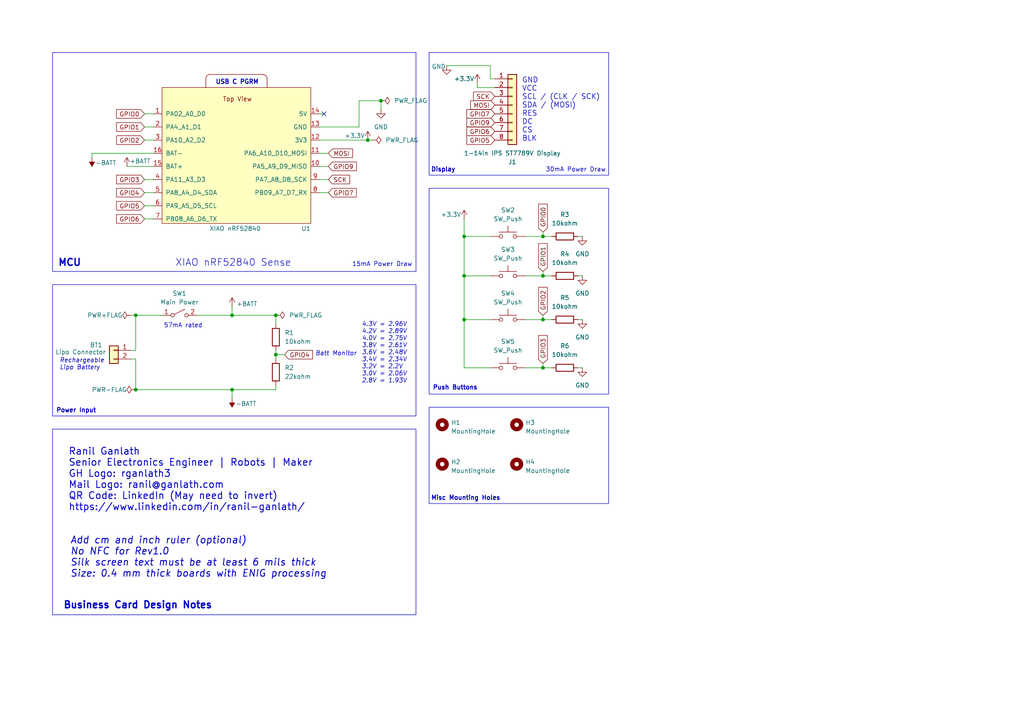
<source format=kicad_sch>
(kicad_sch (version 20250114) (generator "eeschema") (generator_version "9.0")
  (paper "A4")
  (title_block (title "PCB Business Card Schematic") (date "2025-06-12") (rev "1.0") (comment 1 "Email: ranil.ganlath@gmail.com") (comment 2 "Author: Ranil Ganlath"))
  (lib_symbols
    (symbol "Connector_Generic:Conn_01x02" (pin_names (offset 1.016) (hide yes))
      (property "Reference" "J" (at 0 2.54 0))
      (property "Value" "Conn_01x02" (at 0 -5.08 0))
      (symbol "Conn_01x02_1_1"
        (rectangle (start -1.27 1.27) (end 1.27 -3.81) (stroke (width 0.254)) (fill (type background)))
        (rectangle (start -1.27 0.127) (end 0 -0.127) (stroke (width 0.1524)))
        (rectangle (start -1.27 -2.413) (end 0 -2.667) (stroke (width 0.1524)))
        (pin passive line (at -5.08 0 0) (length 3.81) (name "Pin_1") (number "1"))
        (pin passive line (at -5.08 -2.54 0) (length 3.81) (name "Pin_2") (number "2"))
      )
    )
    (symbol "Connector_Generic:Conn_01x08" (pin_names (offset 1.016) (hide yes))
      (property "Reference" "J" (at 0 10.16 0))
      (property "Value" "Conn_01x08" (at 0 -12.7 0))
      (symbol "Conn_01x08_1_1"
        (rectangle (start -1.27 8.89) (end 1.27 -11.43) (stroke (width 0.254)) (fill (type background)))
        (rectangle (start -1.27 7.747) (end 0 7.493) (stroke (width 0.1524)))
        (rectangle (start -1.27 5.207) (end 0 4.953) (stroke (width 0.1524)))
        (rectangle (start -1.27 2.667) (end 0 2.413) (stroke (width 0.1524)))
        (rectangle (start -1.27 0.127) (end 0 -0.127) (stroke (width 0.1524)))
        (rectangle (start -1.27 -2.413) (end 0 -2.667) (stroke (width 0.1524)))
        (rectangle (start -1.27 -4.953) (end 0 -5.207) (stroke (width 0.1524)))
        (rectangle (start -1.27 -7.493) (end 0 -7.747) (stroke (width 0.1524)))
        (rectangle (start -1.27 -10.033) (end 0 -10.287) (stroke (width 0.1524)))
        (pin passive line (at -5.08 7.62 0) (length 3.81) (name "Pin_1") (number "1"))
        (pin passive line (at -5.08 5.08 0) (length 3.81) (name "Pin_2") (number "2"))
        (pin passive line (at -5.08 2.54 0) (length 3.81) (name "Pin_3") (number "3"))
        (pin passive line (at -5.08 0 0) (length 3.81) (name "Pin_4") (number "4"))
        (pin passive line (at -5.08 -2.54 0) (length 3.81) (name "Pin_5") (number "5"))
        (pin passive line (at -5.08 -5.08 0) (length 3.81) (name "Pin_6") (number "6"))
        (pin passive line (at -5.08 -7.62 0) (length 3.81) (name "Pin_7") (number "7"))
        (pin passive line (at -5.08 -10.16 0) (length 3.81) (name "Pin_8") (number "8"))
      )
    )
    (symbol "Device:R" (pin_numbers (hide yes)) (pin_names (offset 0))
      (property "Reference" "R" (at 2.032 0 90))
      (property "Value" "R" (at 0 0 90))
      (symbol "R_0_1"
        (rectangle (start -1.016 -2.54) (end 1.016 2.54) (stroke (width 0.254)))
      )
      (symbol "R_1_1"
        (pin passive line (at 0 3.81 270) (length 1.27) (name "~") (number "1"))
        (pin passive line (at 0 -3.81 90) (length 1.27) (name "~") (number "2"))
      )
    )
    (symbol "GND_1" (power) (pin_numbers (hide yes)) (pin_names (offset 0) (hide yes))
      (property "Value" "GND" (at 0 -3.81 0))
      (symbol "GND_1_0_1"
        (polyline (pts (xy 0 0) (xy 0 -1.27) (xy 1.27 -1.27) (xy 0 -2.54) (xy -1.27 -1.27) (xy 0 -1.27)))
      )
      (symbol "GND_1_1_1"
        (pin power_in line (at 0 0 270) (length 0) (name "~") (number "1"))
      )
    )
    (symbol "GanlathLib:XIAO nRF52840_Revised" (pin_names (offset 1.016))
      (property "Reference" "U" (at -21.336 19.05 0))
      (property "Value" "XIAO nRF52840" (at -14.224 -24.13 0))
      (symbol "XIAO nRF52840_Revised_1_0"
        (pin passive line (at -24.13 10.16 0) (length 2.54) (name "PA02_A0_D0") (number "1"))
        (pin passive line (at -24.13 6.35 0) (length 2.54) (name "PA4_A1_D1") (number "2"))
        (pin passive line (at -24.13 2.54 0) (length 2.54) (name "PA10_A2_D2") (number "3"))
        (pin passive line (at -24.13 -1.27 0) (length 2.54) (name "BAT-") (number "16"))
        (pin passive line (at -24.13 -5.08 0) (length 2.54) (name "BAT+") (number "15"))
        (pin passive line (at -24.13 -8.89 0) (length 2.54) (name "PA11_A3_D3") (number "4"))
        (pin passive line (at -24.13 -12.7 0) (length 2.54) (name "PA8_A4_D4_SDA") (number "5"))
        (pin passive line (at -24.13 -16.51 0) (length 2.54) (name "PA9_A5_D5_SCL") (number "6"))
        (pin passive line (at -24.13 -20.32 0) (length 2.54) (name "PB08_A6_D6_TX") (number "7"))
        (pin passive line (at 24.13 10.16 180) (length 2.54) (name "5V") (number "14"))
        (pin passive line (at 24.13 6.35 180) (length 2.54) (name "GND") (number "13"))
        (pin passive line (at 24.13 2.54 180) (length 2.54) (name "3V3") (number "12"))
        (pin passive line (at 24.13 -1.27 180) (length 2.54) (name "PA6_A10_D10_MOSI") (number "11"))
        (pin passive line (at 24.13 -5.08 180) (length 2.54) (name "PA5_A9_D9_MISO") (number "10"))
        (pin passive line (at 24.13 -8.89 180) (length 2.54) (name "PA7_A8_D8_SCK") (number "9"))
        (pin passive line (at 24.13 -12.7 180) (length 2.54) (name "PB09_A7_D7_RX") (number "8"))
      )
      (symbol "XIAO nRF52840_Revised_1_1"
        (rectangle (start -21.59 17.78) (end 21.59 -21.59) (fill (type background)))
        (polyline (pts (xy -8.89 20.32) (xy -8.89 17.78)))
        (polyline (pts (xy -7.62 21.59) (xy 7.62 21.59)))
        (arc (start -8.89 20.32) (mid -8.518 21.218) (end -7.62 21.59))
        (arc (start 7.62 21.59) (mid 7.62 21.59) (end 7.62 21.59))
        (arc (start 7.62 21.59) (mid 8.518 21.218) (end 8.89 20.32))
        (polyline (pts (xy 8.89 20.32) (xy 8.89 17.78)))
        (arc (start 8.89 20.32) (mid 8.89 20.32) (end 8.89 20.32))
        (text "Top View" (at 0.254 14.478 0) (effects (font (size 1.27 1.27))))
      )
    )
    (symbol "Mechanical:MountingHole" (pin_names (offset 1.016))
      (property "Reference" "H" (at 0 5.08 0))
      (property "Value" "MountingHole" (at 0 3.175 0))
      (symbol "MountingHole_0_1"
        (circle (center 0 0) (radius 1.27) (stroke (width 1.27)))
      )
    )
    (symbol "Switch:SW_Push" (pin_numbers (hide yes)) (pin_names (offset 1.016) (hide yes))
      (property "Reference" "SW" (at 1.27 2.54 0))
      (property "Value" "SW_Push" (at 0 -1.524 0))
      (symbol "SW_Push_0_1"
        (circle (center -2.032 0) (radius 0.508))
        (polyline (pts (xy 0 1.27) (xy 0 3.048)))
        (circle (center 2.032 0) (radius 0.508))
        (polyline (pts (xy 2.54 1.27) (xy -2.54 1.27)))
        (pin passive line (at -5.08 0 0) (length 2.54) (name "1") (number "1"))
        (pin passive line (at 5.08 0 180) (length 2.54) (name "2") (number "2"))
      )
    )
    (symbol "Switch:SW_SPST" (pin_names (offset 0) (hide yes))
      (property "Reference" "SW" (at 0 3.175 0))
      (property "Value" "SW_SPST" (at 0 -2.54 0))
      (symbol "SW_SPST_0_0"
        (circle (center -2.032 0) (radius 0.508))
        (polyline (pts (xy -1.524 0.254) (xy 1.524 1.778)))
        (circle (center 2.032 0) (radius 0.508))
      )
      (symbol "SW_SPST_1_1"
        (pin passive line (at -5.08 0 0) (length 2.54) (name "A") (number "1"))
        (pin passive line (at 5.08 0 180) (length 2.54) (name "B") (number "2"))
      )
    )
    (symbol "power:+3.3V" (power) (pin_numbers (hide yes)) (pin_names (offset 0) (hide yes))
      (property "Value" "+3.3V" (at 0 3.556 0))
      (symbol "+3.3V_0_1"
        (polyline (pts (xy -0.762 1.27) (xy 0 2.54)))
        (polyline (pts (xy 0 2.54) (xy 0.762 1.27)))
        (polyline (pts (xy 0 0) (xy 0 2.54)))
      )
      (symbol "+3.3V_1_1"
        (pin power_in line (at 0 0 90) (length 0) (name "~") (number "1"))
      )
    )
    (symbol "power:+BATT" (power) (pin_numbers (hide yes)) (pin_names (offset 0) (hide yes))
      (property "Value" "+BATT" (at 0 3.556 0))
      (symbol "+BATT_0_1"
        (polyline (pts (xy -0.762 1.27) (xy 0 2.54)))
        (polyline (pts (xy 0 2.54) (xy 0.762 1.27)))
        (polyline (pts (xy 0 0) (xy 0 2.54)))
      )
      (symbol "+BATT_1_1"
        (pin power_in line (at 0 0 90) (length 0) (name "~") (number "1"))
      )
    )
    (symbol "power:-BATT" (power) (pin_numbers (hide yes)) (pin_names (offset 0) (hide yes))
      (property "Value" "-BATT" (at 0 3.556 0))
      (symbol "-BATT_0_1"
        (polyline (pts (xy 0 0) (xy 0 2.54)))
        (polyline (pts (xy 0.762 1.27) (xy -0.762 1.27) (xy 0 2.54) (xy 0.762 1.27)) (fill (type outline)))
      )
      (symbol "-BATT_1_1"
        (pin power_in line (at 0 0 90) (length 0) (name "~") (number "1"))
      )
    )
    (symbol "power:PWR_FLAG" (power) (pin_numbers (hide yes)) (pin_names (offset 0) (hide yes))
      (property "Value" "PWR_FLAG" (at 0 3.81 0))
      (symbol "PWR_FLAG_0_0"
        (pin power_out line (at 0 0 90) (length 0) (name "pwr") (number "1"))
      )
      (symbol "PWR_FLAG_0_1"
        (polyline (pts (xy 0 0) (xy 0 1.27) (xy -1.016 1.905) (xy 0 2.54) (xy 1.016 1.905) (xy 0 1.27)))
      )
    )
  )
  (rectangle (start 15.24 15.24) (end 120.65 78.74))
  (rectangle (start 124.46 118.11) (end 176.53 146.05))
  (rectangle (start 124.46 54.61) (end 176.53 114.3))
  (rectangle (start 124.46 15.24) (end 176.53 50.8))
  (rectangle (start 15.24 124.46) (end 120.65 178.308))
  (rectangle (start 15.24 82.55) (end 120.65 120.65))
  (text "MCU" (at 16.764 77.47 0) (effects (font (size 2 2) (thickness 0.4) (bold yes)) (justify left bottom)))
  (text "Power Input" (at 16.256 119.888 0) (effects (font (size 1.27 1.27) (thickness 0.254) (bold yes)) (justify left bottom)))
  (text "Business Card Design Notes" (at 18.288 176.784 0) (effects (font (size 2 2) (thickness 0.4) (bold yes)) (justify left bottom)))
  (text "30mA Power Draw" (at 158.242 50.038 0) (effects (font (size 1.27 1.27)) (justify left bottom)))
  (text "57mA rated" (at 47.498 95.25 0) (effects (font (size 1.27 1.27)) (justify left bottom)))
  (text "Push Buttons" (at 125.476 113.284 0) (effects (font (size 1.27 1.27) (thickness 0.254) (bold yes)) (justify left bottom)))
  (text "XIAO nRF52840 Sense" (at 50.8 77.47 0) (effects (font (size 2 2)) (justify left bottom)))
  (text "Misc Mounting Holes" (at 124.968 145.288 0) (effects (font (size 1.27 1.27) (thickness 0.254) (bold yes)) (justify left bottom)))
  (text "Batt Monitor" (at 91.44 103.378 0) (effects (font (size 1.27 1.27) (thickness 0.1588) (italic yes)) (justify left bottom)))
  (text "Ranil Ganlath\nSenior Electronics Engineer | Robots | Maker\nGH Logo: rganlath3\nMail Logo: ranil@ganlath.com\nQR Code: LinkedIn (May need to invert)\nhttps://www.linkedin.com/in/ranil-ganlath/" (at 19.812 148.336 0) (effects (font (size 2 2) (thickness 0.25)) (justify left bottom)))
  (text "GND\nVCC\nSCL / (CLK / SCK)\nSDA / (MOSI)\nRES\nDC\nCS\nBLK" (at 151.384 41.148 0) (effects (font (size 1.5 1.5) (thickness 0.1588)) (justify left bottom)))
  (text "15mA Power Draw" (at 102.108 77.47 0) (effects (font (size 1.27 1.27)) (justify left bottom)))
  (text "Rechargeable\nLipo Battery" (at 17.272 107.442 0) (effects (font (size 1.27 1.27) (thickness 0.1588) (italic yes)) (justify left bottom)))
  (text "Display" (at 124.968 50.038 0) (effects (font (size 1.27 1.27) (thickness 0.254) (bold yes)) (justify left bottom)))
  (text "USB C PGRM" (at 62.484 24.638 0) (effects (font (size 1.27 1.27) (thickness 0.254) (bold yes)) (justify left bottom)))
  (text "4.3V = 2.96V\n4.2V = 2.89V\n4.0V = 2.75V\n3.8V = 2.61V\n3.6V = 2.48V\n3.4V = 2.34V\n3.2V = 2.2V\n3.0V = 2.06V\n2.8V = 1.93V" (at 104.902 111.252 0) (effects (font (size 1.27 1.27) (italic yes)) (justify left bottom)))
  (text "Add cm and inch ruler (optional)\nNo NFC for Rev1.0\nSilk screen text must be at least 6 mils thick\nSize: 0.4 mm thick boards with ENIG processing" (at 20.32 167.64 0) (effects (font (size 2 2) (thickness 0.25) (italic yes)) (justify left bottom)))
  (junction (at 157.48 92.71))
  (junction (at 67.31 113.03))
  (junction (at 157.48 106.68))
  (junction (at 157.48 68.58))
  (junction (at 110.49 29.21))
  (junction (at 106.68 40.64))
  (junction (at 157.48 80.01))
  (junction (at 39.37 113.03))
  (junction (at 67.31 91.44))
  (junction (at 80.01 102.87))
  (junction (at 39.37 91.44))
  (junction (at 80.01 91.44))
  (junction (at 134.62 68.58))
  (junction (at 134.62 80.01))
  (junction (at 134.62 92.71))
  (no_connect (at 93.98 33.02))
  (wire (pts (xy 157.48 78.74) (xy 157.48 80.01)))
  (wire (pts (xy 82.55 102.87) (xy 80.01 102.87)))
  (wire (pts (xy 80.01 102.87) (xy 80.01 104.14)))
  (wire (pts (xy 26.67 44.45) (xy 26.67 45.72)))
  (wire (pts (xy 142.24 106.68) (xy 134.62 106.68)))
  (wire (pts (xy 93.98 33.02) (xy 92.71 33.02)))
  (wire (pts (xy 142.24 80.01) (xy 134.62 80.01)))
  (wire (pts (xy 41.91 40.64) (xy 44.45 40.64)))
  (wire (pts (xy 110.49 29.21) (xy 110.49 31.75)))
  (wire (pts (xy 41.91 52.07) (xy 44.45 52.07)))
  (wire (pts (xy 95.25 44.45) (xy 92.71 44.45)))
  (wire (pts (xy 107.95 40.64) (xy 106.68 40.64)))
  (wire (pts (xy 104.14 29.21) (xy 104.14 36.83)))
  (wire (pts (xy 92.71 40.64) (xy 106.68 40.64)))
  (wire (pts (xy 142.24 22.86) (xy 143.51 22.86)))
  (wire (pts (xy 134.62 63.5) (xy 134.62 68.58)))
  (wire (pts (xy 26.67 44.45) (xy 44.45 44.45)))
  (wire (pts (xy 134.62 92.71) (xy 134.62 80.01)))
  (wire (pts (xy 157.48 68.58) (xy 152.4 68.58)))
  (wire (pts (xy 104.14 36.83) (xy 92.71 36.83)))
  (wire (pts (xy 168.91 92.71) (xy 167.64 92.71)))
  (wire (pts (xy 36.83 48.26) (xy 44.45 48.26)))
  (wire (pts (xy 80.01 101.6) (xy 80.01 102.87)))
  (wire (pts (xy 157.48 91.44) (xy 157.48 92.71)))
  (wire (pts (xy 157.48 67.31) (xy 157.48 68.58)))
  (wire (pts (xy 80.01 113.03) (xy 80.01 111.76)))
  (wire (pts (xy 41.91 33.02) (xy 44.45 33.02)))
  (wire (pts (xy 134.62 106.68) (xy 134.62 92.71)))
  (wire (pts (xy 160.02 68.58) (xy 157.48 68.58)))
  (wire (pts (xy 134.62 80.01) (xy 134.62 68.58)))
  (wire (pts (xy 138.43 24.13) (xy 138.43 25.4)))
  (wire (pts (xy 129.54 19.05) (xy 142.24 19.05)))
  (wire (pts (xy 138.43 25.4) (xy 143.51 25.4)))
  (wire (pts (xy 67.31 113.03) (xy 80.01 113.03)))
  (wire (pts (xy 39.37 91.44) (xy 46.99 91.44)))
  (wire (pts (xy 168.91 68.58) (xy 167.64 68.58)))
  (wire (pts (xy 95.25 48.26) (xy 92.71 48.26)))
  (wire (pts (xy 38.1 101.6) (xy 39.37 101.6)))
  (wire (pts (xy 142.24 19.05) (xy 142.24 22.86)))
  (wire (pts (xy 157.48 80.01) (xy 160.02 80.01)))
  (wire (pts (xy 152.4 80.01) (xy 157.48 80.01)))
  (wire (pts (xy 41.91 36.83) (xy 44.45 36.83)))
  (wire (pts (xy 152.4 106.68) (xy 157.48 106.68)))
  (wire (pts (xy 168.91 106.68) (xy 167.64 106.68)))
  (wire (pts (xy 95.25 52.07) (xy 92.71 52.07)))
  (wire (pts (xy 157.48 105.41) (xy 157.48 106.68)))
  (wire (pts (xy 67.31 88.9) (xy 67.31 91.44)))
  (wire (pts (xy 38.1 91.44) (xy 39.37 91.44)))
  (wire (pts (xy 39.37 91.44) (xy 39.37 101.6)))
  (wire (pts (xy 41.91 55.88) (xy 44.45 55.88)))
  (wire (pts (xy 38.1 104.14) (xy 39.37 104.14)))
  (wire (pts (xy 41.91 63.5) (xy 44.45 63.5)))
  (wire (pts (xy 168.91 80.01) (xy 167.64 80.01)))
  (wire (pts (xy 57.15 91.44) (xy 67.31 91.44)))
  (wire (pts (xy 110.49 29.21) (xy 104.14 29.21)))
  (wire (pts (xy 67.31 91.44) (xy 80.01 91.44)))
  (wire (pts (xy 134.62 68.58) (xy 142.24 68.58)))
  (wire (pts (xy 157.48 92.71) (xy 160.02 92.71)))
  (wire (pts (xy 157.48 106.68) (xy 160.02 106.68)))
  (wire (pts (xy 95.25 55.88) (xy 92.71 55.88)))
  (wire (pts (xy 152.4 92.71) (xy 157.48 92.71)))
  (wire (pts (xy 142.24 92.71) (xy 134.62 92.71)))
  (wire (pts (xy 41.91 59.69) (xy 44.45 59.69)))
  (wire (pts (xy 80.01 91.44) (xy 80.01 93.98)))
  (wire (pts (xy 39.37 104.14) (xy 39.37 113.03)))
  (wire (pts (xy 39.37 113.03) (xy 67.31 113.03)))
  (wire (pts (xy 67.31 113.03) (xy 67.31 115.57)))
  (global_label "GPIO3" (shape input) (at 41.91 52.07 180) (property "Intersheetrefs" "${INTERSHEET_REFS}" (effects (hide yes))))
  (global_label "GPIO1" (shape input) (at 157.48 78.74 90) (property "Intersheetrefs" "${INTERSHEET_REFS}" (effects (hide yes))))
  (global_label "GPIO9" (shape input) (at 143.51 35.56 180) (property "Intersheetrefs" "${INTERSHEET_REFS}" (effects (hide yes))))
  (global_label "GPIO9" (shape input) (at 95.25 48.26 0) (property "Intersheetrefs" "${INTERSHEET_REFS}" (effects (hide yes))))
  (global_label "GPIO5" (shape input) (at 143.51 40.64 180) (property "Intersheetrefs" "${INTERSHEET_REFS}" (effects (hide yes))))
  (global_label "GPIO1" (shape input) (at 41.91 36.83 180) (property "Intersheetrefs" "${INTERSHEET_REFS}" (effects (hide yes))))
  (global_label "SCK" (shape input) (at 143.51 27.94 180) (property "Intersheetrefs" "${INTERSHEET_REFS}" (effects (hide yes))))
  (global_label "GPIO6" (shape input) (at 143.51 38.1 180) (property "Intersheetrefs" "${INTERSHEET_REFS}" (effects (hide yes))))
  (global_label "GPIO6" (shape input) (at 41.91 63.5 180) (property "Intersheetrefs" "${INTERSHEET_REFS}" (effects (hide yes))))
  (global_label "GPIO3" (shape input) (at 157.48 105.41 90) (property "Intersheetrefs" "${INTERSHEET_REFS}" (effects (hide yes))))
  (global_label "GPIO7" (shape input) (at 95.25 55.88 0) (property "Intersheetrefs" "${INTERSHEET_REFS}" (effects (hide yes))))
  (global_label "MOSI" (shape input) (at 143.51 30.48 180) (property "Intersheetrefs" "${INTERSHEET_REFS}" (effects (hide yes))))
  (global_label "SCK" (shape input) (at 95.25 52.07 0) (property "Intersheetrefs" "${INTERSHEET_REFS}" (effects (hide yes))))
  (global_label "GPIO7" (shape input) (at 143.51 33.02 180) (property "Intersheetrefs" "${INTERSHEET_REFS}" (effects (hide yes))))
  (global_label "GPIO5" (shape input) (at 41.91 59.69 180) (property "Intersheetrefs" "${INTERSHEET_REFS}" (effects (hide yes))))
  (global_label "GPIO2" (shape input) (at 157.48 91.44 90) (property "Intersheetrefs" "${INTERSHEET_REFS}" (effects (hide yes))))
  (global_label "GPIO4" (shape input) (at 41.91 55.88 180) (property "Intersheetrefs" "${INTERSHEET_REFS}" (effects (hide yes))))
  (global_label "GPIO4" (shape input) (at 82.55 102.87 0) (property "Intersheetrefs" "${INTERSHEET_REFS}" (effects (hide yes))))
  (global_label "GPIO0" (shape input) (at 157.48 67.31 90) (property "Intersheetrefs" "${INTERSHEET_REFS}" (effects (hide yes))))
  (global_label "GPIO2" (shape input) (at 41.91 40.64 180) (property "Intersheetrefs" "${INTERSHEET_REFS}" (effects (hide yes))))
  (global_label "GPIO0" (shape input) (at 41.91 33.02 180) (property "Intersheetrefs" "${INTERSHEET_REFS}" (effects (hide yes))))
  (global_label "MOSI" (shape input) (at 95.25 44.45 0) (property "Intersheetrefs" "${INTERSHEET_REFS}" (effects (hide yes))))
  (symbol (lib_id "power:PWR_FLAG") (at 107.95 40.64 270) (unit 1)
    (property "Reference" "#FLG05" (effects (hide yes)))
    (property "Value" "PWR_FLAG" (at 111.76 40.6399 90) (effects (justify left)))
    (property "Description" "Special symbol for telling ERC where power comes from" (effects (hide yes)))
  )
  (symbol (lib_id "power:PWR_FLAG") (at 39.37 113.03 90) (unit 1)
    (property "Reference" "#FLG02" (effects (hide yes)))
    (property "Value" "PWR-FLAG" (at 36.83 113.03 90) (effects (justify left)))
  )
  (symbol (lib_id "power:+3.3V") (at 138.43 24.13 0) (unit 1)
    (property "Reference" "#PWR09" (effects (hide yes)))
    (property "Value" "+3.3V" (at 134.62 22.86 0))
    (property "Description" "Power symbol creates a global label with name \"+3.3V\"" (effects (hide yes)))
  )
  (symbol (lib_id "Switch:SW_Push") (at 147.32 106.68 0) (unit 1)
    (property "Reference" "SW5" (at 147.32 99.06 0))
    (property "Value" "SW_Push" (at 147.32 101.6 0))
    (property "Footprint" "Button_Switch_SMD:SW_SPST_TL3342" (effects (hide yes)))
    (property "Description" "Push button switch, generic, two pins" (effects (hide yes)))
  )
  (symbol (lib_id "power:PWR_FLAG") (at 80.01 91.44 270) (unit 1)
    (property "Reference" "#FLG03" (effects (hide yes)))
    (property "Value" "PWR_FLAG" (at 83.82 91.4399 90) (effects (justify left)))
    (property "Description" "Special symbol for telling ERC where power comes from" (effects (hide yes)))
  )
  (symbol (lib_id "Device:R") (at 80.01 107.95 0) (unit 1)
    (property "Reference" "R2" (at 82.55 106.6799 0) (effects (justify left)))
    (property "Value" "22kohm" (at 82.55 109.2199 0) (effects (justify left)))
    (property "Footprint" "Resistor_SMD:R_1206_3216Metric_Pad1.30x1.75mm_HandSolder" (effects (hide yes)))
  )
  (symbol (lib_id "power:-BATT") (at 26.67 45.72 180) (unit 1)
    (property "Reference" "#PWR01" (effects (hide yes)))
    (property "Value" "-BATT" (at 30.734 47.244 0))
    (property "Description" "Power symbol creates a global label with name \"-BATT\"" (effects (hide yes)))
  )
  (symbol (lib_id "power:+BATT") (at 36.83 48.26 0) (unit 1)
    (property "Reference" "#PWR02" (effects (hide yes)))
    (property "Value" "+BATT" (at 40.64 46.736 0))
    (property "Description" "Power symbol creates a global label with name \"+BATT\"" (effects (hide yes)))
  )
  (symbol (lib_name "GND_1") (lib_id "power:GND") (at 168.91 68.58 0) (unit 1)
    (property "Reference" "#PWR010" (effects (hide yes)))
    (property "Value" "GND" (at 168.91 73.66 0))
    (property "Description" "Power symbol creates a global label with name \"GND\" , ground" (effects (hide yes)))
  )
  (symbol (lib_id "Device:R") (at 163.83 80.01 90) (unit 1)
    (property "Reference" "R4" (at 163.83 73.66 90))
    (property "Value" "10kohm" (at 163.83 76.2 90))
    (property "Footprint" "Resistor_SMD:R_1206_3216Metric_Pad1.30x1.75mm_HandSolder" (effects (hide yes)))
    (property "Description" "Resistor" (effects (hide yes)))
  )
  (symbol (lib_id "Switch:SW_Push") (at 147.32 80.01 0) (unit 1)
    (property "Reference" "SW3" (at 147.32 72.39 0))
    (property "Value" "SW_Push" (at 147.32 74.93 0))
    (property "Footprint" "Button_Switch_SMD:SW_SPST_TL3342" (effects (hide yes)))
    (property "Description" "Push button switch, generic, two pins" (effects (hide yes)))
  )
  (symbol (lib_id "power:+3.3V") (at 134.62 63.5 0) (unit 1)
    (property "Reference" "#PWR08" (effects (hide yes)))
    (property "Value" "+3.3V" (at 130.81 62.23 0))
    (property "Description" "Power symbol creates a global label with name \"+3.3V\"" (effects (hide yes)))
  )
  (symbol (lib_id "Mechanical:MountingHole") (at 128.27 134.62 0) (unit 1)
    (property "Reference" "H2" (at 130.81 133.985 0) (effects (justify left)))
    (property "Value" "MountingHole" (at 130.81 136.525 0) (effects (justify left)))
    (property "Footprint" "MountingHole:MountingHole_3mm" (effects (hide yes)))
  )
  (symbol (lib_id "power:PWR_FLAG") (at 38.1 91.44 90) (unit 1)
    (property "Reference" "#FLG01" (effects (hide yes)))
    (property "Value" "PWR+FLAG" (at 35.56 91.44 90) (effects (justify left)))
  )
  (symbol (lib_id "Mechanical:MountingHole") (at 128.27 123.19 0) (unit 1)
    (property "Reference" "H1" (at 130.81 122.555 0) (effects (justify left)))
    (property "Value" "MountingHole" (at 130.81 125.095 0) (effects (justify left)))
    (property "Footprint" "MountingHole:MountingHole_3mm" (effects (hide yes)))
  )
  (symbol (lib_name "GND_1") (lib_id "power:GND") (at 110.49 31.75 0) (unit 1)
    (property "Reference" "#PWR06" (effects (hide yes)))
    (property "Value" "GND" (at 110.49 36.83 0))
    (property "Description" "Power symbol creates a global label with name \"GND\" , ground" (effects (hide yes)))
  )
  (symbol (lib_id "Switch:SW_SPST") (at 52.07 91.44 0) (unit 1)
    (property "Reference" "SW1" (at 52.07 85.09 0))
    (property "Value" "Main Power" (at 52.07 87.63 0))
    (property "Footprint" "GanlathLib:BlankPin_1x02_P2.54mm" (effects (hide yes)))
    (property "Description" "Single Pole Single Throw (SPST) switch" (effects (hide yes)))
  )
  (symbol (lib_id "Device:R") (at 163.83 92.71 90) (unit 1)
    (property "Reference" "R5" (at 163.83 86.36 90))
    (property "Value" "10kohm" (at 163.83 88.9 90))
    (property "Footprint" "Resistor_SMD:R_1206_3216Metric_Pad1.30x1.75mm_HandSolder" (effects (hide yes)))
    (property "Description" "Resistor" (effects (hide yes)))
  )
  (symbol (lib_name "GND_1") (lib_id "power:GND") (at 168.91 92.71 0) (unit 1)
    (property "Reference" "#PWR012" (effects (hide yes)))
    (property "Value" "GND" (at 168.91 97.79 0))
    (property "Description" "Power symbol creates a global label with name \"GND\" , ground" (effects (hide yes)))
  )
  (symbol (lib_id "Connector_Generic:Conn_01x08") (at 148.59 30.48 0) (unit 1)
    (property "Reference" "J1" (at 148.59 46.99 0))
    (property "Value" "1-14in IPS ST7789V Display" (at 148.59 44.45 0))
    (property "Footprint" "GanlathLib:1-14in_IPS_ST7789V_Display" (effects (hide yes)))
    (property "Description" "Generic connector, single row, 01x08, script generated (kicad-library-utils/schlib/autogen/connector/)" (effects (hide yes)))
  )
  (symbol (lib_name "GND_1") (lib_id "power:GND") (at 129.54 19.05 0) (unit 1)
    (property "Reference" "#PWR07" (effects (hide yes)))
    (property "Value" "GND" (at 127.254 19.304 0))
    (property "Description" "Power symbol creates a global label with name \"GND\" , ground" (effects (hide yes)))
  )
  (symbol (lib_id "GanlathLib:XIAO nRF52840_Revised") (at 68.58 43.18 0) (unit 1)
    (property "Reference" "U1" (at 87.376 66.294 0) (effects (justify left)))
    (property "Value" "XIAO nRF52840" (at 60.706 66.294 0) (effects (justify left)))
    (property "Footprint" "GanlathLib:XIAO-nRF52840-SMD_Revised" (effects (hide yes)))
  )
  (symbol (lib_id "Device:R") (at 163.83 106.68 90) (unit 1)
    (property "Reference" "R6" (at 163.83 100.33 90))
    (property "Value" "10kohm" (at 163.83 102.87 90))
    (property "Footprint" "Resistor_SMD:R_1206_3216Metric_Pad1.30x1.75mm_HandSolder" (effects (hide yes)))
    (property "Description" "Resistor" (effects (hide yes)))
  )
  (symbol (lib_id "Switch:SW_Push") (at 147.32 68.58 0) (unit 1)
    (property "Reference" "SW2" (at 147.32 60.96 0))
    (property "Value" "SW_Push" (at 147.32 63.5 0))
    (property "Footprint" "Button_Switch_SMD:SW_SPST_TL3342" (effects (hide yes)))
    (property "Description" "Push button switch, generic, two pins" (effects (hide yes)))
  )
  (symbol (lib_name "GND_1") (lib_id "power:GND") (at 168.91 80.01 0) (unit 1)
    (property "Reference" "#PWR011" (effects (hide yes)))
    (property "Value" "GND" (at 168.91 85.09 0))
    (property "Description" "Power symbol creates a global label with name \"GND\" , ground" (effects (hide yes)))
  )
  (symbol (lib_id "power:+3.3V") (at 106.68 40.64 0) (unit 1)
    (property "Reference" "#PWR05" (effects (hide yes)))
    (property "Value" "+3.3V" (at 102.87 39.37 0))
    (property "Description" "Power symbol creates a global label with name \"+3.3V\"" (effects (hide yes)))
  )
  (symbol (lib_id "Device:R") (at 163.83 68.58 90) (unit 1)
    (property "Reference" "R3" (at 163.83 62.23 90))
    (property "Value" "10kohm" (at 163.83 64.77 90))
    (property "Footprint" "Resistor_SMD:R_1206_3216Metric_Pad1.30x1.75mm_HandSolder" (effects (hide yes)))
    (property "Description" "Resistor" (effects (hide yes)))
  )
  (symbol (lib_id "Connector_Generic:Conn_01x02") (at 33.02 101.6 0) (mirror y) (unit 1)
    (property "Reference" "BT1" (at 29.718 100.076 0) (effects (justify left)))
    (property "Value" "Lipo Connector" (at 30.734 102.108 0) (effects (justify left)))
    (property "Footprint" "Connector_JST:JST_XH_B2B-XH-A_1x02_P2.50mm_Vertical" (effects (hide yes)))
    (property "Description" "Generic connector, single row, 01x02, script generated (kicad-library-utils/schlib/autogen/connector/)" (effects (hide yes)))
  )
  (symbol (lib_id "power:-BATT") (at 67.31 115.57 180) (unit 1)
    (property "Reference" "#PWR04" (effects (hide yes)))
    (property "Value" "-BATT" (at 71.374 117.094 0))
    (property "Description" "Power symbol creates a global label with name \"-BATT\"" (effects (hide yes)))
  )
  (symbol (lib_id "Device:R") (at 80.01 97.79 0) (unit 1)
    (property "Reference" "R1" (at 82.55 96.5199 0) (effects (justify left)))
    (property "Value" "10kohm" (at 82.55 99.0599 0) (effects (justify left)))
    (property "Footprint" "Resistor_SMD:R_1206_3216Metric_Pad1.30x1.75mm_HandSolder" (effects (hide yes)))
  )
  (symbol (lib_id "Mechanical:MountingHole") (at 149.86 134.62 0) (unit 1)
    (property "Reference" "H4" (at 152.4 133.985 0) (effects (justify left)))
    (property "Value" "MountingHole" (at 152.4 136.525 0) (effects (justify left)))
    (property "Footprint" "MountingHole:MountingHole_3mm" (effects (hide yes)))
  )
  (symbol (lib_id "Switch:SW_Push") (at 147.32 92.71 0) (unit 1)
    (property "Reference" "SW4" (at 147.32 85.09 0))
    (property "Value" "SW_Push" (at 147.32 87.63 0))
    (property "Footprint" "Button_Switch_SMD:SW_SPST_TL3342" (effects (hide yes)))
    (property "Description" "Push button switch, generic, two pins" (effects (hide yes)))
  )
  (symbol (lib_id "power:PWR_FLAG") (at 110.49 29.21 270) (unit 1)
    (property "Reference" "#FLG04" (effects (hide yes)))
    (property "Value" "PWR_FLAG" (at 114.3 29.2099 90) (effects (justify left)))
    (property "Description" "Special symbol for telling ERC where power comes from" (effects (hide yes)))
  )
  (symbol (lib_id "power:+BATT") (at 67.31 88.9 0) (unit 1)
    (property "Reference" "#PWR03" (effects (hide yes)))
    (property "Value" "+BATT" (at 71.628 88.138 0))
    (property "Description" "Power symbol creates a global label with name \"+BATT\"" (effects (hide yes)))
  )
  (symbol (lib_name "GND_1") (lib_id "power:GND") (at 168.91 106.68 0) (unit 1)
    (property "Reference" "#PWR013" (effects (hide yes)))
    (property "Value" "GND" (at 168.91 111.76 0))
    (property "Description" "Power symbol creates a global label with name \"GND\" , ground" (effects (hide yes)))
  )
  (symbol (lib_id "Mechanical:MountingHole") (at 149.86 123.19 0) (unit 1)
    (property "Reference" "H3" (at 152.4 122.555 0) (effects (justify left)))
    (property "Value" "MountingHole" (at 152.4 125.095 0) (effects (justify left)))
    (property "Footprint" "MountingHole:MountingHole_3mm" (effects (hide yes)))
  )
)
</source>
